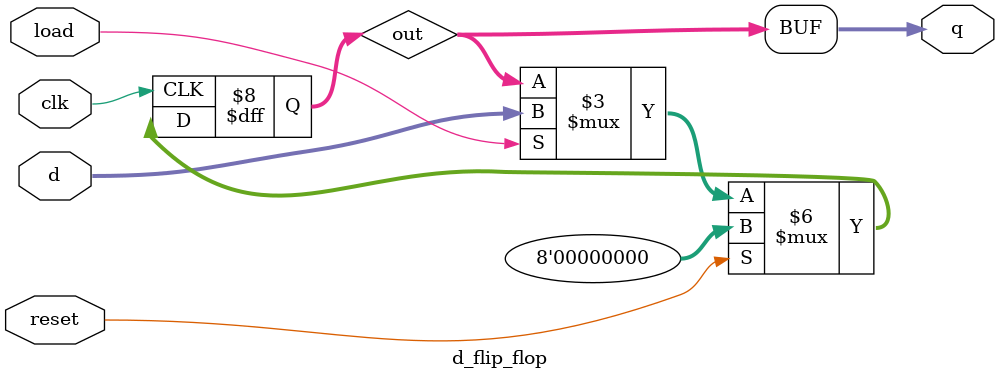
<source format=v>
`timescale 1ns / 1ps
module d_flip_flop #(parameter bits=8)(
    input [bits-1:0] d,
    input load,
    input clk,
    input reset,
    output [bits-1:0] q
    );
reg [bits-1:0] out = 0;

always@ (posedge clk)begin
	if(reset)
		out <= 0;
	else if(load)
		out <= d;
end

assign q = out;

endmodule

</source>
